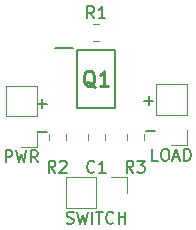
<source format=gbr>
%TF.GenerationSoftware,KiCad,Pcbnew,(5.1.6)-1*%
%TF.CreationDate,2022-09-13T14:07:30-04:00*%
%TF.ProjectId,soft-power-sw-simple,736f6674-2d70-46f7-9765-722d73772d73,rev?*%
%TF.SameCoordinates,Original*%
%TF.FileFunction,Legend,Top*%
%TF.FilePolarity,Positive*%
%FSLAX46Y46*%
G04 Gerber Fmt 4.6, Leading zero omitted, Abs format (unit mm)*
G04 Created by KiCad (PCBNEW (5.1.6)-1) date 2022-09-13 14:07:30*
%MOMM*%
%LPD*%
G01*
G04 APERTURE LIST*
%ADD10C,0.150000*%
%ADD11C,0.120000*%
%ADD12C,0.200000*%
%ADD13C,0.254000*%
G04 APERTURE END LIST*
D10*
X139319047Y-101798428D02*
X140080952Y-101798428D01*
X139319047Y-99385428D02*
X140080952Y-99385428D01*
X139700000Y-99766380D02*
X139700000Y-99004476D01*
X148463047Y-101671428D02*
X149224952Y-101671428D01*
X148336047Y-99131428D02*
X149097952Y-99131428D01*
X148717000Y-99512380D02*
X148717000Y-98750476D01*
X136588666Y-104338380D02*
X136588666Y-103338380D01*
X136969619Y-103338380D01*
X137064857Y-103386000D01*
X137112476Y-103433619D01*
X137160095Y-103528857D01*
X137160095Y-103671714D01*
X137112476Y-103766952D01*
X137064857Y-103814571D01*
X136969619Y-103862190D01*
X136588666Y-103862190D01*
X137493428Y-103338380D02*
X137731523Y-104338380D01*
X137922000Y-103624095D01*
X138112476Y-104338380D01*
X138350571Y-103338380D01*
X139302952Y-104338380D02*
X138969619Y-103862190D01*
X138731523Y-104338380D02*
X138731523Y-103338380D01*
X139112476Y-103338380D01*
X139207714Y-103386000D01*
X139255333Y-103433619D01*
X139302952Y-103528857D01*
X139302952Y-103671714D01*
X139255333Y-103766952D01*
X139207714Y-103814571D01*
X139112476Y-103862190D01*
X138731523Y-103862190D01*
X149479142Y-104211380D02*
X149002952Y-104211380D01*
X149002952Y-103211380D01*
X150002952Y-103211380D02*
X150193428Y-103211380D01*
X150288666Y-103259000D01*
X150383904Y-103354238D01*
X150431523Y-103544714D01*
X150431523Y-103878047D01*
X150383904Y-104068523D01*
X150288666Y-104163761D01*
X150193428Y-104211380D01*
X150002952Y-104211380D01*
X149907714Y-104163761D01*
X149812476Y-104068523D01*
X149764857Y-103878047D01*
X149764857Y-103544714D01*
X149812476Y-103354238D01*
X149907714Y-103259000D01*
X150002952Y-103211380D01*
X150812476Y-103925666D02*
X151288666Y-103925666D01*
X150717238Y-104211380D02*
X151050571Y-103211380D01*
X151383904Y-104211380D01*
X151717238Y-104211380D02*
X151717238Y-103211380D01*
X151955333Y-103211380D01*
X152098190Y-103259000D01*
X152193428Y-103354238D01*
X152241047Y-103449476D01*
X152288666Y-103639952D01*
X152288666Y-103782809D01*
X152241047Y-103973285D01*
X152193428Y-104068523D01*
X152098190Y-104163761D01*
X151955333Y-104211380D01*
X151717238Y-104211380D01*
X141772000Y-109497761D02*
X141914857Y-109545380D01*
X142152952Y-109545380D01*
X142248190Y-109497761D01*
X142295809Y-109450142D01*
X142343428Y-109354904D01*
X142343428Y-109259666D01*
X142295809Y-109164428D01*
X142248190Y-109116809D01*
X142152952Y-109069190D01*
X141962476Y-109021571D01*
X141867238Y-108973952D01*
X141819619Y-108926333D01*
X141772000Y-108831095D01*
X141772000Y-108735857D01*
X141819619Y-108640619D01*
X141867238Y-108593000D01*
X141962476Y-108545380D01*
X142200571Y-108545380D01*
X142343428Y-108593000D01*
X142676761Y-108545380D02*
X142914857Y-109545380D01*
X143105333Y-108831095D01*
X143295809Y-109545380D01*
X143533904Y-108545380D01*
X143914857Y-109545380D02*
X143914857Y-108545380D01*
X144248190Y-108545380D02*
X144819619Y-108545380D01*
X144533904Y-109545380D02*
X144533904Y-108545380D01*
X145724380Y-109450142D02*
X145676761Y-109497761D01*
X145533904Y-109545380D01*
X145438666Y-109545380D01*
X145295809Y-109497761D01*
X145200571Y-109402523D01*
X145152952Y-109307285D01*
X145105333Y-109116809D01*
X145105333Y-108973952D01*
X145152952Y-108783476D01*
X145200571Y-108688238D01*
X145295809Y-108593000D01*
X145438666Y-108545380D01*
X145533904Y-108545380D01*
X145676761Y-108593000D01*
X145724380Y-108640619D01*
X146152952Y-109545380D02*
X146152952Y-108545380D01*
X146152952Y-109021571D02*
X146724380Y-109021571D01*
X146724380Y-109545380D02*
X146724380Y-108545380D01*
D11*
%TO.C,C1*%
X144982000Y-102487252D02*
X144982000Y-101964748D01*
X143562000Y-102487252D02*
X143562000Y-101964748D01*
%TO.C,J1*%
X139252000Y-103057000D02*
X137922000Y-103057000D01*
X139252000Y-101727000D02*
X139252000Y-103057000D01*
X139252000Y-100457000D02*
X136592000Y-100457000D01*
X136592000Y-100457000D02*
X136592000Y-97857000D01*
X139252000Y-100457000D02*
X139252000Y-97857000D01*
X139252000Y-97857000D02*
X136592000Y-97857000D01*
%TO.C,J2*%
X141672000Y-105604000D02*
X141672000Y-108264000D01*
X144272000Y-105604000D02*
X141672000Y-105604000D01*
X144272000Y-108264000D02*
X141672000Y-108264000D01*
X144272000Y-105604000D02*
X144272000Y-108264000D01*
X145542000Y-105604000D02*
X146872000Y-105604000D01*
X146872000Y-105604000D02*
X146872000Y-106934000D01*
%TO.C,J3*%
X151952000Y-102930000D02*
X150622000Y-102930000D01*
X151952000Y-101600000D02*
X151952000Y-102930000D01*
X151952000Y-100330000D02*
X149292000Y-100330000D01*
X149292000Y-100330000D02*
X149292000Y-97730000D01*
X151952000Y-100330000D02*
X151952000Y-97730000D01*
X151952000Y-97730000D02*
X149292000Y-97730000D01*
D12*
%TO.C,Q1*%
X140797000Y-94677000D02*
X142322000Y-94677000D01*
X142672000Y-99732000D02*
X142672000Y-94832000D01*
X145872000Y-99732000D02*
X142672000Y-99732000D01*
X145872000Y-94832000D02*
X145872000Y-99732000D01*
X142672000Y-94832000D02*
X145872000Y-94832000D01*
D11*
%TO.C,R1*%
X144001748Y-94055000D02*
X144524252Y-94055000D01*
X144001748Y-92635000D02*
X144524252Y-92635000D01*
%TO.C,R2*%
X141680000Y-101982748D02*
X141680000Y-102505252D01*
X140260000Y-101982748D02*
X140260000Y-102505252D01*
%TO.C,R3*%
X146864000Y-101964748D02*
X146864000Y-102487252D01*
X148284000Y-101964748D02*
X148284000Y-102487252D01*
%TO.C,C1*%
D10*
X144105333Y-105132142D02*
X144057714Y-105179761D01*
X143914857Y-105227380D01*
X143819619Y-105227380D01*
X143676761Y-105179761D01*
X143581523Y-105084523D01*
X143533904Y-104989285D01*
X143486285Y-104798809D01*
X143486285Y-104655952D01*
X143533904Y-104465476D01*
X143581523Y-104370238D01*
X143676761Y-104275000D01*
X143819619Y-104227380D01*
X143914857Y-104227380D01*
X144057714Y-104275000D01*
X144105333Y-104322619D01*
X145057714Y-105227380D02*
X144486285Y-105227380D01*
X144772000Y-105227380D02*
X144772000Y-104227380D01*
X144676761Y-104370238D01*
X144581523Y-104465476D01*
X144486285Y-104513095D01*
%TO.C,Q1*%
D13*
X144151047Y-97977476D02*
X144030095Y-97917000D01*
X143909142Y-97796047D01*
X143727714Y-97614619D01*
X143606761Y-97554142D01*
X143485809Y-97554142D01*
X143546285Y-97856523D02*
X143425333Y-97796047D01*
X143304380Y-97675095D01*
X143243904Y-97433190D01*
X143243904Y-97009857D01*
X143304380Y-96767952D01*
X143425333Y-96647000D01*
X143546285Y-96586523D01*
X143788190Y-96586523D01*
X143909142Y-96647000D01*
X144030095Y-96767952D01*
X144090571Y-97009857D01*
X144090571Y-97433190D01*
X144030095Y-97675095D01*
X143909142Y-97796047D01*
X143788190Y-97856523D01*
X143546285Y-97856523D01*
X145300095Y-97856523D02*
X144574380Y-97856523D01*
X144937238Y-97856523D02*
X144937238Y-96586523D01*
X144816285Y-96767952D01*
X144695333Y-96888904D01*
X144574380Y-96949380D01*
%TO.C,R1*%
D10*
X144096333Y-92147380D02*
X143763000Y-91671190D01*
X143524904Y-92147380D02*
X143524904Y-91147380D01*
X143905857Y-91147380D01*
X144001095Y-91195000D01*
X144048714Y-91242619D01*
X144096333Y-91337857D01*
X144096333Y-91480714D01*
X144048714Y-91575952D01*
X144001095Y-91623571D01*
X143905857Y-91671190D01*
X143524904Y-91671190D01*
X145048714Y-92147380D02*
X144477285Y-92147380D01*
X144763000Y-92147380D02*
X144763000Y-91147380D01*
X144667761Y-91290238D01*
X144572523Y-91385476D01*
X144477285Y-91433095D01*
%TO.C,R2*%
X140803333Y-105227380D02*
X140470000Y-104751190D01*
X140231904Y-105227380D02*
X140231904Y-104227380D01*
X140612857Y-104227380D01*
X140708095Y-104275000D01*
X140755714Y-104322619D01*
X140803333Y-104417857D01*
X140803333Y-104560714D01*
X140755714Y-104655952D01*
X140708095Y-104703571D01*
X140612857Y-104751190D01*
X140231904Y-104751190D01*
X141184285Y-104322619D02*
X141231904Y-104275000D01*
X141327142Y-104227380D01*
X141565238Y-104227380D01*
X141660476Y-104275000D01*
X141708095Y-104322619D01*
X141755714Y-104417857D01*
X141755714Y-104513095D01*
X141708095Y-104655952D01*
X141136666Y-105227380D01*
X141755714Y-105227380D01*
%TO.C,R3*%
X147407333Y-105227380D02*
X147074000Y-104751190D01*
X146835904Y-105227380D02*
X146835904Y-104227380D01*
X147216857Y-104227380D01*
X147312095Y-104275000D01*
X147359714Y-104322619D01*
X147407333Y-104417857D01*
X147407333Y-104560714D01*
X147359714Y-104655952D01*
X147312095Y-104703571D01*
X147216857Y-104751190D01*
X146835904Y-104751190D01*
X147740666Y-104227380D02*
X148359714Y-104227380D01*
X148026380Y-104608333D01*
X148169238Y-104608333D01*
X148264476Y-104655952D01*
X148312095Y-104703571D01*
X148359714Y-104798809D01*
X148359714Y-105036904D01*
X148312095Y-105132142D01*
X148264476Y-105179761D01*
X148169238Y-105227380D01*
X147883523Y-105227380D01*
X147788285Y-105179761D01*
X147740666Y-105132142D01*
%TD*%
M02*

</source>
